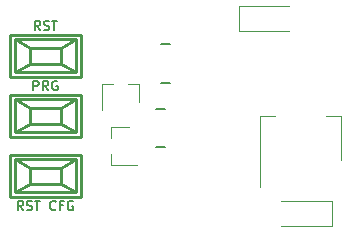
<source format=gto>
G04 #@! TF.FileFunction,Legend,Top*
%FSLAX46Y46*%
G04 Gerber Fmt 4.6, Leading zero omitted, Abs format (unit mm)*
G04 Created by KiCad (PCBNEW 4.0.7) date Thursday, 19 October 2017 'PMt' 19:38:29*
%MOMM*%
%LPD*%
G01*
G04 APERTURE LIST*
%ADD10C,0.100000*%
%ADD11C,0.200000*%
%ADD12C,0.120000*%
%ADD13C,0.150000*%
%ADD14C,0.254000*%
G04 APERTURE END LIST*
D10*
D11*
X193694286Y-126726905D02*
X193427619Y-126345952D01*
X193237143Y-126726905D02*
X193237143Y-125926905D01*
X193541905Y-125926905D01*
X193618096Y-125965000D01*
X193656191Y-126003095D01*
X193694286Y-126079286D01*
X193694286Y-126193571D01*
X193656191Y-126269762D01*
X193618096Y-126307857D01*
X193541905Y-126345952D01*
X193237143Y-126345952D01*
X193999048Y-126688810D02*
X194113334Y-126726905D01*
X194303810Y-126726905D01*
X194380000Y-126688810D01*
X194418096Y-126650714D01*
X194456191Y-126574524D01*
X194456191Y-126498333D01*
X194418096Y-126422143D01*
X194380000Y-126384048D01*
X194303810Y-126345952D01*
X194151429Y-126307857D01*
X194075238Y-126269762D01*
X194037143Y-126231667D01*
X193999048Y-126155476D01*
X193999048Y-126079286D01*
X194037143Y-126003095D01*
X194075238Y-125965000D01*
X194151429Y-125926905D01*
X194341905Y-125926905D01*
X194456191Y-125965000D01*
X194684762Y-125926905D02*
X195141905Y-125926905D01*
X194913334Y-126726905D02*
X194913334Y-125926905D01*
X196475239Y-126650714D02*
X196437144Y-126688810D01*
X196322858Y-126726905D01*
X196246668Y-126726905D01*
X196132382Y-126688810D01*
X196056191Y-126612619D01*
X196018096Y-126536429D01*
X195980001Y-126384048D01*
X195980001Y-126269762D01*
X196018096Y-126117381D01*
X196056191Y-126041190D01*
X196132382Y-125965000D01*
X196246668Y-125926905D01*
X196322858Y-125926905D01*
X196437144Y-125965000D01*
X196475239Y-126003095D01*
X197084763Y-126307857D02*
X196818096Y-126307857D01*
X196818096Y-126726905D02*
X196818096Y-125926905D01*
X197199049Y-125926905D01*
X197922858Y-125965000D02*
X197846667Y-125926905D01*
X197732382Y-125926905D01*
X197618096Y-125965000D01*
X197541905Y-126041190D01*
X197503810Y-126117381D01*
X197465715Y-126269762D01*
X197465715Y-126384048D01*
X197503810Y-126536429D01*
X197541905Y-126612619D01*
X197618096Y-126688810D01*
X197732382Y-126726905D01*
X197808572Y-126726905D01*
X197922858Y-126688810D01*
X197960953Y-126650714D01*
X197960953Y-126384048D01*
X197808572Y-126384048D01*
X194570476Y-116566905D02*
X194570476Y-115766905D01*
X194875238Y-115766905D01*
X194951429Y-115805000D01*
X194989524Y-115843095D01*
X195027619Y-115919286D01*
X195027619Y-116033571D01*
X194989524Y-116109762D01*
X194951429Y-116147857D01*
X194875238Y-116185952D01*
X194570476Y-116185952D01*
X195827619Y-116566905D02*
X195560952Y-116185952D01*
X195370476Y-116566905D02*
X195370476Y-115766905D01*
X195675238Y-115766905D01*
X195751429Y-115805000D01*
X195789524Y-115843095D01*
X195827619Y-115919286D01*
X195827619Y-116033571D01*
X195789524Y-116109762D01*
X195751429Y-116147857D01*
X195675238Y-116185952D01*
X195370476Y-116185952D01*
X196589524Y-115805000D02*
X196513333Y-115766905D01*
X196399048Y-115766905D01*
X196284762Y-115805000D01*
X196208571Y-115881190D01*
X196170476Y-115957381D01*
X196132381Y-116109762D01*
X196132381Y-116224048D01*
X196170476Y-116376429D01*
X196208571Y-116452619D01*
X196284762Y-116528810D01*
X196399048Y-116566905D01*
X196475238Y-116566905D01*
X196589524Y-116528810D01*
X196627619Y-116490714D01*
X196627619Y-116224048D01*
X196475238Y-116224048D01*
X195141905Y-111486905D02*
X194875238Y-111105952D01*
X194684762Y-111486905D02*
X194684762Y-110686905D01*
X194989524Y-110686905D01*
X195065715Y-110725000D01*
X195103810Y-110763095D01*
X195141905Y-110839286D01*
X195141905Y-110953571D01*
X195103810Y-111029762D01*
X195065715Y-111067857D01*
X194989524Y-111105952D01*
X194684762Y-111105952D01*
X195446667Y-111448810D02*
X195560953Y-111486905D01*
X195751429Y-111486905D01*
X195827619Y-111448810D01*
X195865715Y-111410714D01*
X195903810Y-111334524D01*
X195903810Y-111258333D01*
X195865715Y-111182143D01*
X195827619Y-111144048D01*
X195751429Y-111105952D01*
X195599048Y-111067857D01*
X195522857Y-111029762D01*
X195484762Y-110991667D01*
X195446667Y-110915476D01*
X195446667Y-110839286D01*
X195484762Y-110763095D01*
X195522857Y-110725000D01*
X195599048Y-110686905D01*
X195789524Y-110686905D01*
X195903810Y-110725000D01*
X196132381Y-110686905D02*
X196589524Y-110686905D01*
X196360953Y-111486905D02*
X196360953Y-110686905D01*
D12*
X219820000Y-128050000D02*
X215570000Y-128050000D01*
X219820000Y-125950000D02*
X215570000Y-125950000D01*
X219820000Y-128050000D02*
X219820000Y-125950000D01*
X211980000Y-109440000D02*
X216230000Y-109440000D01*
X211980000Y-111540000D02*
X216230000Y-111540000D01*
X211980000Y-109440000D02*
X211980000Y-111540000D01*
X203510000Y-116080000D02*
X202580000Y-116080000D01*
X200350000Y-116080000D02*
X201280000Y-116080000D01*
X200350000Y-116080000D02*
X200350000Y-118240000D01*
X203510000Y-116080000D02*
X203510000Y-117540000D01*
X201170000Y-119705000D02*
X201170000Y-120635000D01*
X201170000Y-122865000D02*
X201170000Y-121935000D01*
X201170000Y-122865000D02*
X203330000Y-122865000D01*
X201170000Y-119705000D02*
X202630000Y-119705000D01*
D13*
X205340000Y-112675000D02*
X206140000Y-112675000D01*
X205340000Y-115925000D02*
X206140000Y-115925000D01*
X205720000Y-121405000D02*
X204920000Y-121405000D01*
X205720000Y-118155000D02*
X204920000Y-118155000D01*
D12*
X220580000Y-118740000D02*
X219320000Y-118740000D01*
X213760000Y-118740000D02*
X215020000Y-118740000D01*
X220580000Y-122500000D02*
X220580000Y-118740000D01*
X213760000Y-124750000D02*
X213760000Y-118740000D01*
D14*
X194279520Y-114366040D02*
X192979040Y-115064540D01*
X194279520Y-112963960D02*
X192979040Y-112265460D01*
X196880480Y-112963960D02*
X198180960Y-112265460D01*
X198180960Y-115064540D02*
X196880480Y-114366040D01*
X198180960Y-115064540D02*
X192979040Y-115064540D01*
X192979040Y-115064540D02*
X192979040Y-112265460D01*
X192979040Y-112265460D02*
X198180960Y-112265460D01*
X198180960Y-112265460D02*
X198180960Y-115064540D01*
X196880480Y-114366040D02*
X194279520Y-114366040D01*
X194279520Y-114366040D02*
X194279520Y-112963960D01*
X194279520Y-112963960D02*
X196880480Y-112963960D01*
X196880480Y-112963960D02*
X196880480Y-114366040D01*
X198579740Y-115465860D02*
X192580260Y-115465860D01*
X192580260Y-115465860D02*
X192580260Y-111864140D01*
X192580260Y-111864140D02*
X198579740Y-111864140D01*
X198579740Y-111864140D02*
X198579740Y-115465860D01*
X194279520Y-119446040D02*
X192979040Y-120144540D01*
X194279520Y-118043960D02*
X192979040Y-117345460D01*
X196880480Y-118043960D02*
X198180960Y-117345460D01*
X198180960Y-120144540D02*
X196880480Y-119446040D01*
X198180960Y-120144540D02*
X192979040Y-120144540D01*
X192979040Y-120144540D02*
X192979040Y-117345460D01*
X192979040Y-117345460D02*
X198180960Y-117345460D01*
X198180960Y-117345460D02*
X198180960Y-120144540D01*
X196880480Y-119446040D02*
X194279520Y-119446040D01*
X194279520Y-119446040D02*
X194279520Y-118043960D01*
X194279520Y-118043960D02*
X196880480Y-118043960D01*
X196880480Y-118043960D02*
X196880480Y-119446040D01*
X198579740Y-120545860D02*
X192580260Y-120545860D01*
X192580260Y-120545860D02*
X192580260Y-116944140D01*
X192580260Y-116944140D02*
X198579740Y-116944140D01*
X198579740Y-116944140D02*
X198579740Y-120545860D01*
X194279520Y-124526040D02*
X192979040Y-125224540D01*
X194279520Y-123123960D02*
X192979040Y-122425460D01*
X196880480Y-123123960D02*
X198180960Y-122425460D01*
X198180960Y-125224540D02*
X196880480Y-124526040D01*
X198180960Y-125224540D02*
X192979040Y-125224540D01*
X192979040Y-125224540D02*
X192979040Y-122425460D01*
X192979040Y-122425460D02*
X198180960Y-122425460D01*
X198180960Y-122425460D02*
X198180960Y-125224540D01*
X196880480Y-124526040D02*
X194279520Y-124526040D01*
X194279520Y-124526040D02*
X194279520Y-123123960D01*
X194279520Y-123123960D02*
X196880480Y-123123960D01*
X196880480Y-123123960D02*
X196880480Y-124526040D01*
X198579740Y-125625860D02*
X192580260Y-125625860D01*
X192580260Y-125625860D02*
X192580260Y-122024140D01*
X192580260Y-122024140D02*
X198579740Y-122024140D01*
X198579740Y-122024140D02*
X198579740Y-125625860D01*
M02*

</source>
